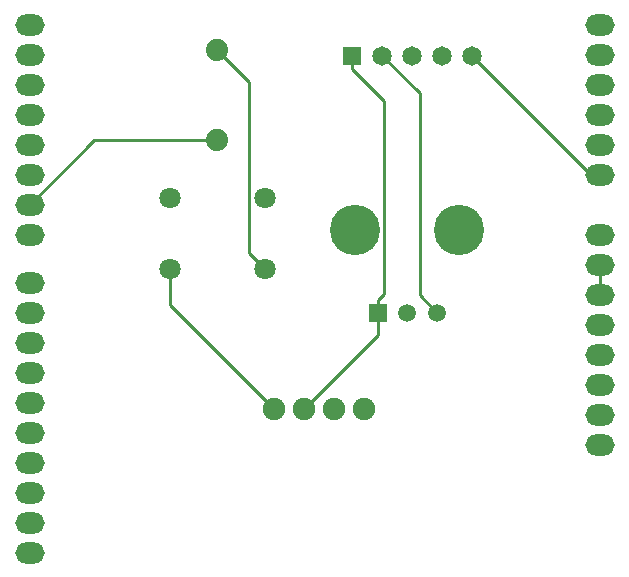
<source format=gbl>
G04 Layer: BottomLayer*
G04 EasyEDA v6.5.50, 2025-07-31 09:17:27*
G04 a04e246fe33543dbb79078118b7d9401,9fc561ef3718428cb41126dab8e1c2a1,10*
G04 Gerber Generator version 0.2*
G04 Scale: 100 percent, Rotated: No, Reflected: No *
G04 Dimensions in millimeters *
G04 leading zeros omitted , absolute positions ,4 integer and 5 decimal *
%FSLAX45Y45*%
%MOMM*%

%ADD10C,0.2540*%
%ADD11O,2.4999949999999997X1.7999964*%
%ADD12R,1.5080X1.5080*%
%ADD13C,1.5080*%
%ADD14C,4.2601*%
%ADD15R,1.6500X1.6500*%
%ADD16C,1.6500*%
%ADD17C,1.9050*%
%ADD18C,1.8796*%
%ADD19C,1.8000*%
%ADD20C,0.0192*%

%LPD*%
D10*
X2514600Y-5003800D02*
G01*
X1474215Y-5003800D01*
X927100Y-5550915D01*
X3246729Y-7278928D02*
G01*
X3873500Y-6652158D01*
X3873500Y-6464300D01*
X3659225Y-4403013D02*
G01*
X3928440Y-4672228D01*
X3928440Y-6306032D01*
X3873500Y-6360972D01*
X3659225Y-4292600D02*
G01*
X3659225Y-4403013D01*
X3873500Y-6464300D02*
G01*
X3873500Y-6360972D01*
X2114600Y-6093231D02*
G01*
X2114600Y-6400800D01*
X2992729Y-7278928D01*
X3913225Y-4292600D02*
G01*
X4226991Y-4606366D01*
X4226991Y-6317792D01*
X4373499Y-6464300D01*
X5753100Y-6058915D02*
G01*
X5753100Y-6312915D01*
X4675225Y-4292600D02*
G01*
X5679541Y-5296915D01*
X5753100Y-5296915D01*
X2914599Y-6093231D02*
G01*
X2785719Y-5964351D01*
X2785719Y-4512919D01*
X2514600Y-4241800D01*
D11*
G01*
X5753100Y-7328915D03*
G01*
X5753100Y-7074915D03*
G01*
X5753100Y-6820915D03*
G01*
X5753100Y-6566915D03*
G01*
X5753100Y-6312915D03*
G01*
X5753100Y-6058915D03*
G01*
X5753100Y-5804915D03*
G01*
X5753100Y-4026915D03*
G01*
X5753100Y-4280915D03*
G01*
X5753100Y-4534915D03*
G01*
X5753100Y-4788915D03*
G01*
X5753100Y-5042915D03*
G01*
X927100Y-7989315D03*
G01*
X927100Y-7735315D03*
G01*
X927100Y-7481315D03*
G01*
X927100Y-7227315D03*
G01*
X927100Y-6973315D03*
G01*
X927100Y-6719315D03*
G01*
X927100Y-6465315D03*
G01*
X927100Y-6211315D03*
G01*
X927100Y-5804915D03*
G01*
X927100Y-5550915D03*
G01*
X927100Y-5296915D03*
G01*
X927100Y-4026915D03*
G01*
X927100Y-4280915D03*
G01*
X927100Y-4534915D03*
G01*
X927100Y-4788915D03*
G01*
X5753100Y-5296915D03*
G01*
X927100Y-5042915D03*
G01*
X927100Y-8243315D03*
G01*
X927100Y-8497315D03*
G01*
X5753100Y-7582915D03*
D12*
G01*
X3873500Y-6464300D03*
D13*
G01*
X4123486Y-6464300D03*
G01*
X4373499Y-6464300D03*
D14*
G01*
X3683508Y-5764301D03*
G01*
X4563490Y-5764301D03*
D15*
G01*
X3659225Y-4292600D03*
D16*
G01*
X3913225Y-4292600D03*
G01*
X4167225Y-4292600D03*
G01*
X4421225Y-4292600D03*
G01*
X4675225Y-4292600D03*
D17*
G01*
X3754729Y-7278928D03*
G01*
X3500729Y-7278928D03*
G01*
X3246729Y-7278928D03*
G01*
X2992729Y-7278928D03*
D18*
G01*
X2514600Y-5003800D03*
G01*
X2514600Y-4241800D03*
D19*
G01*
X2914599Y-6093231D03*
G01*
X2114600Y-6093231D03*
G01*
X2914599Y-5493232D03*
G01*
X2114600Y-5493232D03*
M02*

</source>
